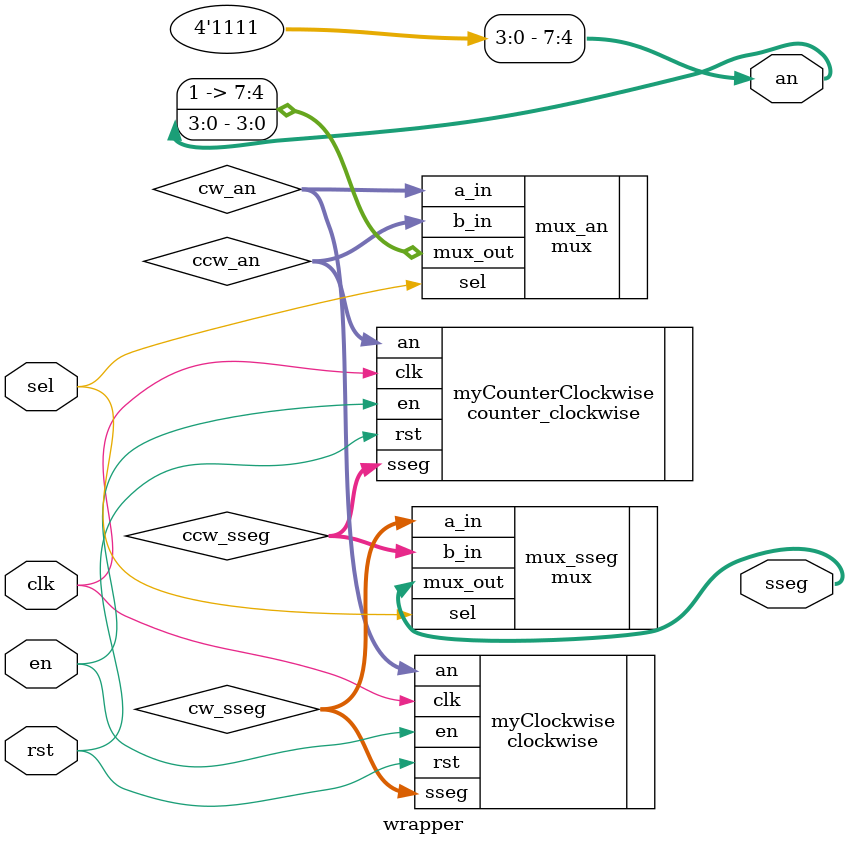
<source format=sv>
`timescale 1ns / 1ps


module wrapper(
    input logic clk, rst, en, sel,
    output logic [7:0] an,
    output logic [7:0] sseg
    );
    
    logic [3:0] cw_an;
    logic [3:0] ccw_an;
    logic [7:0] cw_sseg;
    logic [7:0] ccw_sseg;
    
    clockwise myClockwise (
        .clk(clk),
        .rst(rst), 
        .en(en),
        .an(cw_an),
        .sseg(cw_sseg)
    );
    
    counter_clockwise myCounterClockwise (
        .clk(clk),
        .rst(rst), 
        .en(en),
        .an(ccw_an),
        .sseg(ccw_sseg)
    );
    
    mux #(4) mux_an (
      .a_in(cw_an),
      .b_in(ccw_an),
      .sel(sel),
      .mux_out(an)
   );
   
   mux #(8) mux_sseg (
      .a_in(cw_sseg),
      .b_in(ccw_sseg),
      .sel(sel),
      .mux_out(sseg)
   );
   
   assign an[7:4] = 4'b1111;
    
endmodule

</source>
